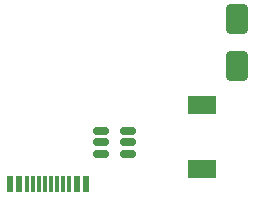
<source format=gbr>
%TF.GenerationSoftware,KiCad,Pcbnew,9.0.7*%
%TF.CreationDate,2026-02-13T16:28:25+02:00*%
%TF.ProjectId,second,7365636f-6e64-42e6-9b69-6361645f7063,rev?*%
%TF.SameCoordinates,Original*%
%TF.FileFunction,Paste,Top*%
%TF.FilePolarity,Positive*%
%FSLAX46Y46*%
G04 Gerber Fmt 4.6, Leading zero omitted, Abs format (unit mm)*
G04 Created by KiCad (PCBNEW 9.0.7) date 2026-02-13 16:28:25*
%MOMM*%
%LPD*%
G01*
G04 APERTURE LIST*
G04 Aperture macros list*
%AMRoundRect*
0 Rectangle with rounded corners*
0 $1 Rounding radius*
0 $2 $3 $4 $5 $6 $7 $8 $9 X,Y pos of 4 corners*
0 Add a 4 corners polygon primitive as box body*
4,1,4,$2,$3,$4,$5,$6,$7,$8,$9,$2,$3,0*
0 Add four circle primitives for the rounded corners*
1,1,$1+$1,$2,$3*
1,1,$1+$1,$4,$5*
1,1,$1+$1,$6,$7*
1,1,$1+$1,$8,$9*
0 Add four rect primitives between the rounded corners*
20,1,$1+$1,$2,$3,$4,$5,0*
20,1,$1+$1,$4,$5,$6,$7,0*
20,1,$1+$1,$6,$7,$8,$9,0*
20,1,$1+$1,$8,$9,$2,$3,0*%
G04 Aperture macros list end*
%ADD10RoundRect,0.150000X0.512500X0.150000X-0.512500X0.150000X-0.512500X-0.150000X0.512500X-0.150000X0*%
%ADD11R,2.400000X1.500000*%
%ADD12RoundRect,0.250000X-0.650000X1.000000X-0.650000X-1.000000X0.650000X-1.000000X0.650000X1.000000X0*%
%ADD13R,0.600000X1.450000*%
%ADD14R,0.300000X1.450000*%
G04 APERTURE END LIST*
D10*
%TO.C,U2*%
X98250000Y-134900000D03*
X98250000Y-133950000D03*
X98250000Y-133000000D03*
X95975000Y-133000000D03*
X95975000Y-133950000D03*
X95975000Y-134900000D03*
%TD*%
D11*
%TO.C,L2*%
X104500000Y-136250000D03*
X104500000Y-130750000D03*
%TD*%
D12*
%TO.C,D1*%
X107500000Y-123500000D03*
X107500000Y-127500000D03*
%TD*%
D13*
%TO.C,J6*%
X88250000Y-137455000D03*
X89050000Y-137455000D03*
D14*
X90250000Y-137455000D03*
X91250000Y-137455000D03*
X91750000Y-137455000D03*
X92750000Y-137455000D03*
D13*
X93950000Y-137455000D03*
X94750000Y-137455000D03*
X94750000Y-137455000D03*
X93950000Y-137455000D03*
D14*
X93250000Y-137455000D03*
X92250000Y-137455000D03*
X90750000Y-137455000D03*
X89750000Y-137455000D03*
D13*
X89050000Y-137455000D03*
X88250000Y-137455000D03*
%TD*%
M02*

</source>
